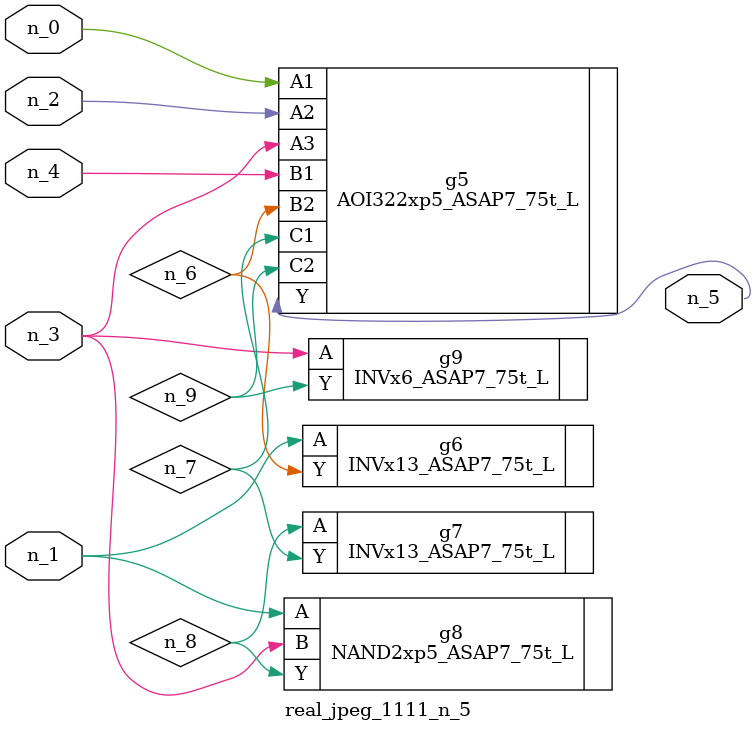
<source format=v>
module real_jpeg_1111_n_5 (n_4, n_0, n_1, n_2, n_3, n_5);

input n_4;
input n_0;
input n_1;
input n_2;
input n_3;

output n_5;

wire n_8;
wire n_6;
wire n_7;
wire n_9;

AOI322xp5_ASAP7_75t_L g5 ( 
.A1(n_0),
.A2(n_2),
.A3(n_3),
.B1(n_4),
.B2(n_6),
.C1(n_7),
.C2(n_9),
.Y(n_5)
);

INVx13_ASAP7_75t_L g6 ( 
.A(n_1),
.Y(n_6)
);

NAND2xp5_ASAP7_75t_L g8 ( 
.A(n_1),
.B(n_3),
.Y(n_8)
);

INVx6_ASAP7_75t_L g9 ( 
.A(n_3),
.Y(n_9)
);

INVx13_ASAP7_75t_L g7 ( 
.A(n_8),
.Y(n_7)
);


endmodule
</source>
